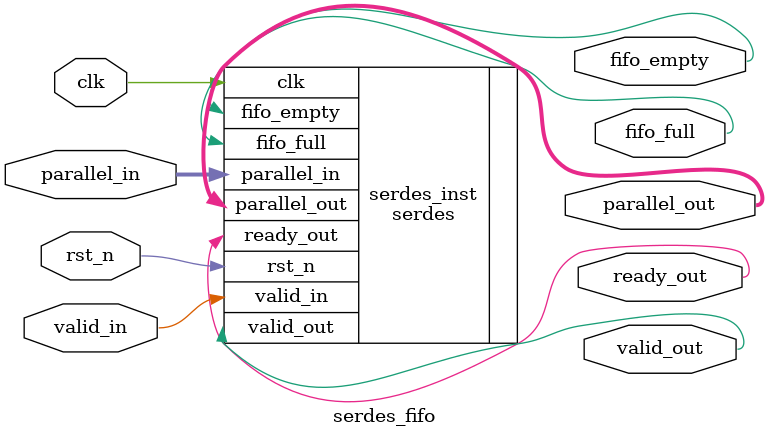
<source format=sv>
module serdes_fifo #( 
    DATA_WIDTH = 8
    ) (
        input  logic clk,
        input  logic rst_n,

        input  logic [DATA_WIDTH-1:0] parallel_in,
        input  logic valid_in,
        output logic ready_out,

        output  logic [DATA_WIDTH-1:0] parallel_out,
        output  logic valid_out,

        // FIFO flags
        output logic fifo_full, 
        output logic fifo_empty
    ); 

    serdes #(.FIFO_DEPTH(16),.DATA_WIDTH(DATA_WIDTH)) serdes_inst 
        (
            .clk,
            .rst_n,
            .parallel_in,
            .valid_in,
            .ready_out,
            .parallel_out,
            .valid_out,
            .fifo_full, 
            .fifo_empty
        );


`ifndef synthesis 
// assertions

// dump vcd 
initial begin
  $dumpfile("dump.vcd");
  $dumpvars(1,serdes_fifo);
end

`endif //synthesis

endmodule
</source>
